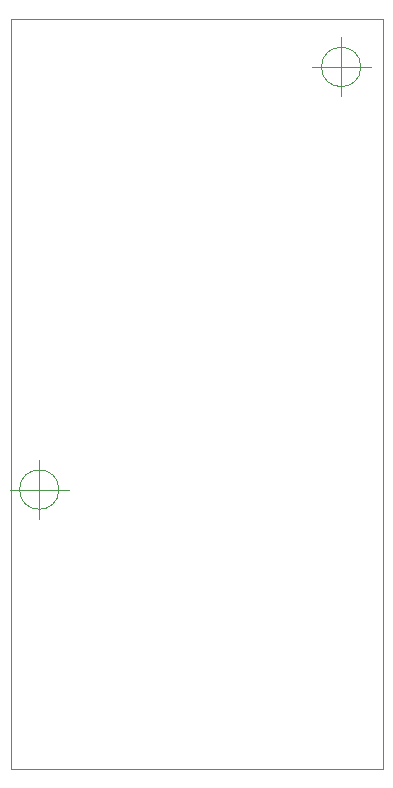
<source format=gbr>
G04 #@! TF.GenerationSoftware,KiCad,Pcbnew,5.1.4-3.fc30*
G04 #@! TF.CreationDate,2019-09-20T15:21:54+02:00*
G04 #@! TF.ProjectId,dasa-3,64617361-2d33-42e6-9b69-6361645f7063,0.5*
G04 #@! TF.SameCoordinates,Original*
G04 #@! TF.FileFunction,Profile,NP*
%FSLAX46Y46*%
G04 Gerber Fmt 4.6, Leading zero omitted, Abs format (unit mm)*
G04 Created by KiCad (PCBNEW 5.1.4-3.fc30) date 2019-09-20 15:21:54*
%MOMM*%
%LPD*%
G04 APERTURE LIST*
%ADD10C,0.050000*%
G04 APERTURE END LIST*
D10*
X120627566Y-87853520D02*
G75*
G03X120627566Y-87853520I-1666666J0D01*
G01*
X116460900Y-87853520D02*
X121460900Y-87853520D01*
X118960900Y-85353520D02*
X118960900Y-90353520D01*
X146192666Y-52070000D02*
G75*
G03X146192666Y-52070000I-1666666J0D01*
G01*
X142026000Y-52070000D02*
X147026000Y-52070000D01*
X144526000Y-49570000D02*
X144526000Y-54570000D01*
X116586000Y-48000000D02*
X116586000Y-53340000D01*
X116586000Y-111506000D02*
X116586000Y-53340000D01*
X148082000Y-111506000D02*
X116586000Y-111506000D01*
X148082000Y-48000000D02*
X148082000Y-111506000D01*
X116586000Y-48000000D02*
X148082000Y-48000000D01*
M02*

</source>
